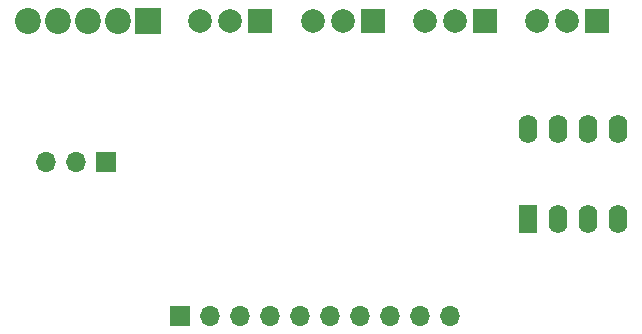
<source format=gbr>
%TF.GenerationSoftware,KiCad,Pcbnew,9.0.4*%
%TF.CreationDate,2025-09-26T20:26:33+07:00*%
%TF.ProjectId,ADS115ext,41445331-3135-4657-9874-2e6b69636164,rev?*%
%TF.SameCoordinates,Original*%
%TF.FileFunction,Soldermask,Bot*%
%TF.FilePolarity,Negative*%
%FSLAX46Y46*%
G04 Gerber Fmt 4.6, Leading zero omitted, Abs format (unit mm)*
G04 Created by KiCad (PCBNEW 9.0.4) date 2025-09-26 20:26:33*
%MOMM*%
%LPD*%
G01*
G04 APERTURE LIST*
%ADD10R,2.000000X2.000000*%
%ADD11C,2.000000*%
%ADD12R,2.200000X2.200000*%
%ADD13C,2.200000*%
%ADD14R,1.700000X1.700000*%
%ADD15O,1.700000X1.700000*%
%ADD16R,1.600000X2.400000*%
%ADD17O,1.600000X2.400000*%
G04 APERTURE END LIST*
D10*
%TO.C,G A0 VDD*%
X160500000Y-80000000D03*
D11*
X157960000Y-80000000D03*
X155420000Y-80000000D03*
%TD*%
D12*
%TO.C,5V 3.3V SCL SDA GND*%
X151080000Y-80000000D03*
D13*
X148540000Y-80000000D03*
X146000000Y-80000000D03*
X143460000Y-80000000D03*
X140920000Y-80000000D03*
%TD*%
D14*
%TO.C,VDD*%
X153760000Y-105000000D03*
D15*
X156300000Y-105000000D03*
X158840000Y-105000000D03*
X161380000Y-105000000D03*
X163920000Y-105000000D03*
X166460000Y-105000000D03*
X169000000Y-105000000D03*
X171540000Y-105000000D03*
X174080000Y-105000000D03*
X176620000Y-105000000D03*
%TD*%
D16*
%TO.C,SW1*%
X183200000Y-96800000D03*
D17*
X185740000Y-96800000D03*
X188280000Y-96800000D03*
X190820000Y-96800000D03*
X190820000Y-89180000D03*
X188280000Y-89180000D03*
X185740000Y-89180000D03*
X183200000Y-89180000D03*
%TD*%
D10*
%TO.C,G A3 VDD*%
X189080000Y-80000000D03*
D11*
X186540000Y-80000000D03*
X184000000Y-80000000D03*
%TD*%
D10*
%TO.C,G A2 VDD*%
X179580000Y-80000000D03*
D11*
X177040000Y-80000000D03*
X174500000Y-80000000D03*
%TD*%
D10*
%TO.C,G A1 VDD*%
X170080000Y-80000000D03*
D11*
X167540000Y-80000000D03*
X165000000Y-80000000D03*
%TD*%
D14*
%TO.C,J8*%
X147500000Y-92000000D03*
D15*
X144960000Y-92000000D03*
X142420000Y-92000000D03*
%TD*%
M02*

</source>
